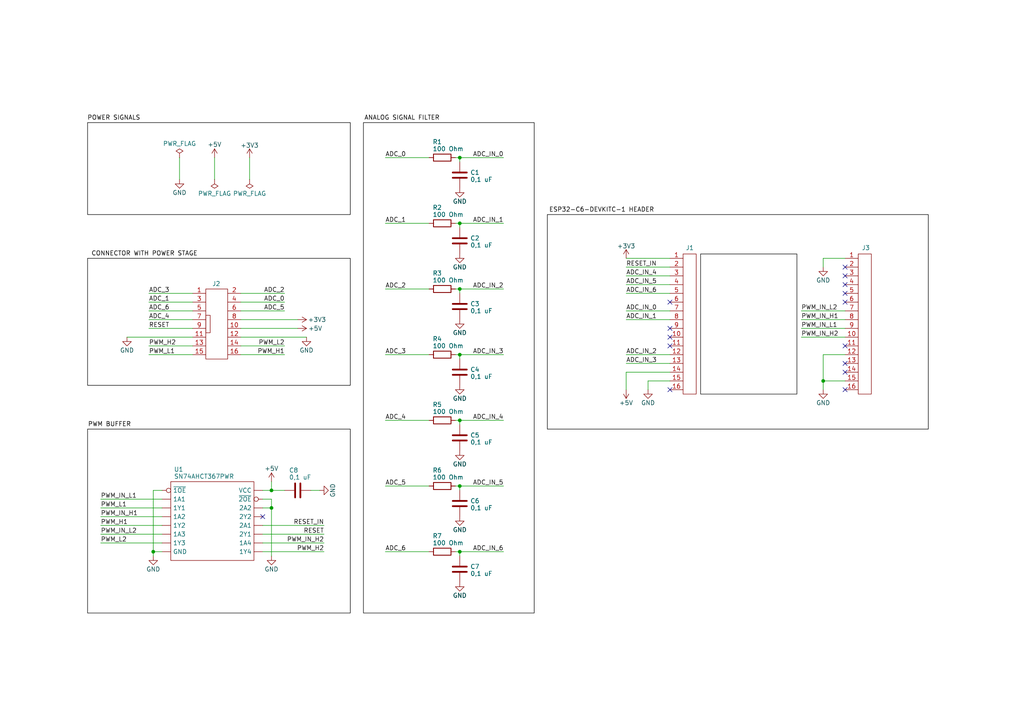
<source format=kicad_sch>
(kicad_sch (version 20231120) (generator "eeschema") (generator_version "8.0")
  (paper "A4")
  (title_block (title "ELE0124CL Control Development Kit") (date "2024-08-03") (rev "1.0") (company "ELE0124CL"))
  (lib_symbols
    (symbol "Device:C" (pin_numbers hide) (pin_names (offset 0.254))
      (property "Reference" "C" (at 0.635 2.54 0))
      (property "Value" "C" (at 0.635 -2.54 0))
      (symbol "C_0_1"
        (polyline (pts (xy -2.032 -0.762) (xy 2.032 -0.762)) (stroke (width 0.508)))
        (polyline (pts (xy -2.032 0.762) (xy 2.032 0.762)) (stroke (width 0.508)))
      )
      (symbol "C_1_1"
        (pin passive line (at 0 3.81 270) (length 2.794) (name "~") (number "1"))
        (pin passive line (at 0 -3.81 90) (length 2.794) (name "~") (number "2"))
      )
    )
    (symbol "Device:R" (pin_numbers hide) (pin_names (offset 0))
      (property "Reference" "R" (at 2.032 0 90))
      (property "Value" "R" (at 0 0 90))
      (symbol "R_0_1"
        (rectangle (start -1.016 -2.54) (end 1.016 2.54) (stroke (width 0.254)))
      )
      (symbol "R_1_1"
        (pin passive line (at 0 3.81 270) (length 1.27) (name "~") (number "1"))
        (pin passive line (at 0 -3.81 90) (length 1.27) (name "~") (number "2"))
      )
    )
    (symbol "ELE0124CL_library:+3V3" (power) (pin_numbers hide) (pin_names (offset 0) hide) (exclude_from_sim yes) (in_bom no)
      (property "Value" "+3V3" (at -2.54 3.81 0))
      (symbol "+3V3_0_1"
        (polyline (pts (xy -0.762 1.27) (xy 0 2.54)))
        (polyline (pts (xy 0 0) (xy 0 2.54)))
        (polyline (pts (xy 0 2.54) (xy 0.762 1.27)))
      )
      (symbol "+3V3_1_1"
        (pin power_in line (at 0 0 90) (length 1.27) hide (name "+3V3") (number "1"))
      )
    )
    (symbol "ELE0124CL_library:+5V" (power) (pin_numbers hide) (pin_names (offset 0) hide) (exclude_from_sim yes) (in_bom no)
      (property "Value" "+5V" (at -1.905 3.81 0))
      (symbol "+5V_0_1"
        (polyline (pts (xy -0.762 1.27) (xy 0 2.54)))
        (polyline (pts (xy 0 0) (xy 0 2.54)))
        (polyline (pts (xy 0 2.54) (xy 0.762 1.27)))
      )
      (symbol "+5V_1_1"
        (pin power_in line (at 0 0 90) (length 1.27) hide (name "+5V") (number "1"))
      )
    )
    (symbol "ELE0124CL_library:BUFFER SN74AHCT367PWR" (pin_numbers hide) (pin_names (offset 0.635))
      (property "Reference" "U" (at 0.508 3.175 0))
      (property "Value" "SN74AHCT367PWR" (at 0.508 1.27 0))
      (symbol "BUFFER SN74AHCT367PWR_0_1"
        (rectangle (start 0 0) (end 24.13 -22.86))
      )
      (symbol "BUFFER SN74AHCT367PWR_1_1"
        (pin passive inverted (at -2.54 -2.54 0) (length 2.54) (name "~{1OE}") (number "1"))
        (pin passive line (at 26.67 -17.78 180) (length 2.54) (name "1A4") (number "10"))
        (pin passive line (at 26.67 -15.24 180) (length 2.54) (name "2Y1") (number "11"))
        (pin passive line (at 26.67 -12.7 180) (length 2.54) (name "2A1") (number "12"))
        (pin passive line (at 26.67 -10.16 180) (length 2.54) (name "2Y2") (number "13"))
        (pin passive line (at 26.67 -7.62 180) (length 2.54) (name "2A2") (number "14"))
        (pin passive inverted (at 26.67 -5.08 180) (length 2.54) (name "~{2OE}") (number "15"))
        (pin passive line (at 26.67 -2.54 180) (length 2.54) (name "VCC") (number "16"))
        (pin passive line (at -2.54 -5.08 0) (length 2.54) (name "1A1") (number "2"))
        (pin passive line (at -2.54 -7.62 0) (length 2.54) (name "1Y1") (number "3"))
        (pin passive line (at -2.54 -10.16 0) (length 2.54) (name "1A2") (number "4"))
        (pin passive line (at -2.54 -12.7 0) (length 2.54) (name "1Y2") (number "5"))
        (pin passive line (at -2.54 -15.24 0) (length 2.54) (name "1A3") (number "6"))
        (pin passive line (at -2.54 -17.78 0) (length 2.54) (name "1Y3") (number "7"))
        (pin passive line (at -2.54 -20.32 0) (length 2.54) (name "GND") (number "8"))
        (pin passive line (at 26.67 -20.32 180) (length 2.54) (name "1Y4") (number "9"))
      )
    )
    (symbol "ELE0124CL_library:CONN_SOCKET_1x16 M20-7821646" (pin_names (offset 0) hide)
      (property "Reference" "J" (at 1.27 1.27 0))
      (symbol "CONN_SOCKET_1x16 M20-7821646_0_1"
        (rectangle (start 0 0) (end 3.81 -40.64))
      )
      (symbol "CONN_SOCKET_1x16 M20-7821646_1_1"
        (pin passive line (at -3.81 -1.27 0) (length 3.81) (name "Pin_1") (number "1"))
        (pin passive line (at -3.81 -24.13 0) (length 3.81) (name "Pin_10") (number "10"))
        (pin passive line (at -3.81 -26.67 0) (length 3.81) (name "Pin_11") (number "11"))
        (pin passive line (at -3.81 -29.21 0) (length 3.81) (name "Pin_12") (number "12"))
        (pin passive line (at -3.81 -31.75 0) (length 3.81) (name "Pin_13") (number "13"))
        (pin passive line (at -3.81 -34.29 0) (length 3.81) (name "Pin_14") (number "14"))
        (pin passive line (at -3.81 -36.83 0) (length 3.81) (name "Pin_15") (number "15"))
        (pin passive line (at -3.81 -39.37 0) (length 3.81) (name "Pin_16") (number "16"))
        (pin passive line (at -3.81 -3.81 0) (length 3.81) (name "Pin_2") (number "2"))
        (pin passive line (at -3.81 -6.35 0) (length 3.81) (name "Pin_3") (number "3"))
        (pin passive line (at -3.81 -8.89 0) (length 3.81) (name "Pin_4") (number "4"))
        (pin passive line (at -3.81 -11.43 0) (length 3.81) (name "Pin_5") (number "5"))
        (pin passive line (at -3.81 -13.97 0) (length 3.81) (name "Pin_6") (number "6"))
        (pin passive line (at -3.81 -16.51 0) (length 3.81) (name "Pin_7") (number "7"))
        (pin passive line (at -3.81 -19.05 0) (length 3.81) (name "Pin_8") (number "8"))
        (pin passive line (at -3.81 -21.59 0) (length 3.81) (name "Pin_9") (number "9"))
      )
    )
    (symbol "ELE0124CL_library:CONN_SOCKET_2x08 878311620" (pin_names (offset 0) hide)
      (property "Reference" "J" (at 1.27 1.27 0))
      (symbol "CONN_SOCKET_2x08 878311620_0_1"
        (rectangle (start 0 -7.62) (end 1.27 -12.7))
        (rectangle (start 0 0) (end 6.35 -20.32))
      )
      (symbol "CONN_SOCKET_2x08 878311620_1_1"
        (pin passive line (at -3.81 -1.27 0) (length 3.81) (name "Pin_1") (number "1"))
        (pin passive line (at 10.16 -11.43 180) (length 3.81) (name "Pin_10") (number "10"))
        (pin passive line (at -3.81 -13.97 0) (length 3.81) (name "Pin_11") (number "11"))
        (pin passive line (at 10.16 -13.97 180) (length 3.81) (name "Pin_12") (number "12"))
        (pin passive line (at -3.81 -16.51 0) (length 3.81) (name "Pin_13") (number "13"))
        (pin passive line (at 10.16 -16.51 180) (length 3.81) (name "Pin_14") (number "14"))
        (pin passive line (at -3.81 -19.05 0) (length 3.81) (name "Pin_15") (number "15"))
        (pin passive line (at 10.16 -19.05 180) (length 3.81) (name "Pin_16") (number "16"))
        (pin passive line (at 10.16 -1.27 180) (length 3.81) (name "Pin_2") (number "2"))
        (pin passive line (at -3.81 -3.81 0) (length 3.81) (name "Pin_3") (number "3"))
        (pin passive line (at 10.16 -3.81 180) (length 3.81) (name "Pin_4") (number "4"))
        (pin passive line (at -3.81 -6.35 0) (length 3.81) (name "Pin_5") (number "5"))
        (pin passive line (at 10.16 -6.35 180) (length 3.81) (name "Pin_6") (number "6"))
        (pin passive line (at -3.81 -8.89 0) (length 3.81) (name "Pin_7") (number "7"))
        (pin passive line (at 10.16 -8.89 180) (length 3.81) (name "Pin_8") (number "8"))
        (pin passive line (at -3.81 -11.43 0) (length 3.81) (name "Pin_9") (number "9"))
      )
    )
    (symbol "ELE0124CL_library:GND" (power) (pin_numbers hide) (pin_names (offset 0) hide) (exclude_from_sim yes) (in_bom no)
      (property "Value" "GND" (at -1.905 -3.81 0))
      (symbol "GND_0_1"
        (polyline (pts (xy 0 0) (xy 0 -1.27) (xy 1.27 -1.27) (xy 0 -2.54) (xy -1.27 -1.27) (xy 0 -1.27)))
      )
      (symbol "GND_1_1"
        (pin power_in line (at 0 0 270) (length 1.27) hide (name "GND") (number "1"))
      )
    )
    (symbol "power:PWR_FLAG" (power) (pin_numbers hide) (pin_names (offset 0) hide)
      (property "Value" "PWR_FLAG" (at 0 3.81 0))
      (symbol "PWR_FLAG_0_0"
        (pin power_out line (at 0 0 90) (length 0) (name "~") (number "1"))
      )
      (symbol "PWR_FLAG_0_1"
        (polyline (pts (xy 0 0) (xy 0 1.27) (xy -1.016 1.905) (xy 0 2.54) (xy 1.016 1.905) (xy 0 1.27)))
      )
    )
  )
  (junction (at 133.35 160.02))
  (junction (at 78.74 142.24))
  (junction (at 133.35 83.82))
  (junction (at 133.35 64.77))
  (junction (at 133.35 102.87))
  (junction (at 133.35 140.97))
  (junction (at 238.76 110.49))
  (junction (at 44.45 160.02))
  (junction (at 78.74 147.32))
  (junction (at 133.35 45.72))
  (junction (at 133.35 121.92))
  (no_connect (at 76.2 149.86))
  (no_connect (at 194.31 97.79))
  (no_connect (at 194.31 100.33))
  (no_connect (at 194.31 95.25))
  (no_connect (at 245.11 87.63))
  (no_connect (at 245.11 107.95))
  (no_connect (at 245.11 100.33))
  (no_connect (at 245.11 85.09))
  (no_connect (at 245.11 113.03))
  (no_connect (at 194.31 113.03))
  (no_connect (at 245.11 82.55))
  (no_connect (at 245.11 80.01))
  (no_connect (at 194.31 87.63))
  (no_connect (at 245.11 105.41))
  (no_connect (at 245.11 77.47))
  (wire (pts (xy 29.21 157.48) (xy 46.99 157.48)))
  (wire (pts (xy 181.61 90.17) (xy 194.31 90.17)))
  (wire (pts (xy 29.21 152.4) (xy 46.99 152.4)))
  (wire (pts (xy 194.31 107.95) (xy 181.61 107.95)))
  (wire (pts (xy 132.08 102.87) (xy 133.35 102.87)))
  (wire (pts (xy 88.9 97.79) (xy 69.85 97.79)))
  (wire (pts (xy 181.61 102.87) (xy 194.31 102.87)))
  (wire (pts (xy 111.76 121.92) (xy 124.46 121.92)))
  (wire (pts (xy 29.21 154.94) (xy 46.99 154.94)))
  (wire (pts (xy 146.05 121.92) (xy 133.35 121.92)))
  (wire (pts (xy 43.18 85.09) (xy 55.88 85.09)))
  (wire (pts (xy 238.76 74.93) (xy 238.76 77.47)))
  (wire (pts (xy 43.18 95.25) (xy 55.88 95.25)))
  (wire (pts (xy 46.99 142.24) (xy 44.45 142.24)))
  (wire (pts (xy 43.18 100.33) (xy 55.88 100.33)))
  (wire (pts (xy 132.08 64.77) (xy 133.35 64.77)))
  (wire (pts (xy 132.08 160.02) (xy 133.35 160.02)))
  (wire (pts (xy 181.61 82.55) (xy 194.31 82.55)))
  (wire (pts (xy 86.36 92.71) (xy 69.85 92.71)))
  (wire (pts (xy 232.41 97.79) (xy 245.11 97.79)))
  (wire (pts (xy 132.08 121.92) (xy 133.35 121.92)))
  (wire (pts (xy 93.98 160.02) (xy 76.2 160.02)))
  (wire (pts (xy 146.05 140.97) (xy 133.35 140.97)))
  (wire (pts (xy 238.76 102.87) (xy 238.76 110.49)))
  (wire (pts (xy 72.39 45.72) (xy 72.39 52.07)))
  (wire (pts (xy 111.76 45.72) (xy 124.46 45.72)))
  (wire (pts (xy 194.31 110.49) (xy 187.96 110.49)))
  (wire (pts (xy 232.41 90.17) (xy 245.11 90.17)))
  (wire (pts (xy 133.35 45.72) (xy 133.35 46.99)))
  (wire (pts (xy 78.74 139.7) (xy 78.74 142.24)))
  (wire (pts (xy 78.74 147.32) (xy 78.74 161.29)))
  (wire (pts (xy 82.55 102.87) (xy 69.85 102.87)))
  (wire (pts (xy 62.23 45.72) (xy 62.23 52.07)))
  (wire (pts (xy 133.35 140.97) (xy 133.35 142.24)))
  (wire (pts (xy 181.61 80.01) (xy 194.31 80.01)))
  (wire (pts (xy 93.98 154.94) (xy 76.2 154.94)))
  (wire (pts (xy 245.11 74.93) (xy 238.76 74.93)))
  (wire (pts (xy 111.76 83.82) (xy 124.46 83.82)))
  (wire (pts (xy 82.55 87.63) (xy 69.85 87.63)))
  (wire (pts (xy 78.74 142.24) (xy 82.55 142.24)))
  (wire (pts (xy 82.55 90.17) (xy 69.85 90.17)))
  (wire (pts (xy 52.07 45.72) (xy 52.07 52.07)))
  (wire (pts (xy 181.61 92.71) (xy 194.31 92.71)))
  (wire (pts (xy 181.61 85.09) (xy 194.31 85.09)))
  (wire (pts (xy 82.55 85.09) (xy 69.85 85.09)))
  (wire (pts (xy 36.83 97.79) (xy 55.88 97.79)))
  (wire (pts (xy 43.18 90.17) (xy 55.88 90.17)))
  (wire (pts (xy 111.76 64.77) (xy 124.46 64.77)))
  (wire (pts (xy 146.05 102.87) (xy 133.35 102.87)))
  (wire (pts (xy 232.41 95.25) (xy 245.11 95.25)))
  (wire (pts (xy 132.08 45.72) (xy 133.35 45.72)))
  (wire (pts (xy 86.36 95.25) (xy 69.85 95.25)))
  (wire (pts (xy 93.98 157.48) (xy 76.2 157.48)))
  (wire (pts (xy 146.05 45.72) (xy 133.35 45.72)))
  (wire (pts (xy 44.45 160.02) (xy 44.45 161.29)))
  (wire (pts (xy 78.74 144.78) (xy 78.74 147.32)))
  (wire (pts (xy 132.08 140.97) (xy 133.35 140.97)))
  (wire (pts (xy 111.76 160.02) (xy 124.46 160.02)))
  (wire (pts (xy 111.76 102.87) (xy 124.46 102.87)))
  (wire (pts (xy 238.76 110.49) (xy 238.76 113.03)))
  (wire (pts (xy 76.2 144.78) (xy 78.74 144.78)))
  (wire (pts (xy 133.35 102.87) (xy 133.35 104.14)))
  (wire (pts (xy 29.21 149.86) (xy 46.99 149.86)))
  (wire (pts (xy 146.05 160.02) (xy 133.35 160.02)))
  (wire (pts (xy 133.35 64.77) (xy 133.35 66.04)))
  (wire (pts (xy 146.05 83.82) (xy 133.35 83.82)))
  (wire (pts (xy 111.76 140.97) (xy 124.46 140.97)))
  (wire (pts (xy 132.08 83.82) (xy 133.35 83.82)))
  (wire (pts (xy 76.2 147.32) (xy 78.74 147.32)))
  (wire (pts (xy 43.18 87.63) (xy 55.88 87.63)))
  (wire (pts (xy 82.55 100.33) (xy 69.85 100.33)))
  (wire (pts (xy 43.18 92.71) (xy 55.88 92.71)))
  (wire (pts (xy 133.35 83.82) (xy 133.35 85.09)))
  (wire (pts (xy 93.98 152.4) (xy 76.2 152.4)))
  (wire (pts (xy 181.61 77.47) (xy 194.31 77.47)))
  (wire (pts (xy 43.18 102.87) (xy 55.88 102.87)))
  (wire (pts (xy 232.41 92.71) (xy 245.11 92.71)))
  (wire (pts (xy 29.21 144.78) (xy 46.99 144.78)))
  (wire (pts (xy 181.61 74.93) (xy 194.31 74.93)))
  (wire (pts (xy 76.2 142.24) (xy 78.74 142.24)))
  (wire (pts (xy 181.61 105.41) (xy 194.31 105.41)))
  (wire (pts (xy 245.11 110.49) (xy 238.76 110.49)))
  (wire (pts (xy 245.11 102.87) (xy 238.76 102.87)))
  (wire (pts (xy 146.05 64.77) (xy 133.35 64.77)))
  (wire (pts (xy 90.17 142.24) (xy 92.71 142.24)))
  (wire (pts (xy 133.35 121.92) (xy 133.35 123.19)))
  (wire (pts (xy 44.45 142.24) (xy 44.45 160.02)))
  (wire (pts (xy 181.61 107.95) (xy 181.61 113.03)))
  (wire (pts (xy 29.21 147.32) (xy 46.99 147.32)))
  (wire (pts (xy 187.96 110.49) (xy 187.96 113.03)))
  (wire (pts (xy 133.35 160.02) (xy 133.35 161.29)))
  (wire (pts (xy 44.45 160.02) (xy 46.99 160.02)))
  (rectangle (start 25.4 74.93) (end 101.6 111.76) (stroke (width 0) (color 0 0 0 1)))
  (rectangle (start 25.4 35.56) (end 101.6 62.23) (stroke (width 0) (color 0 0 0 1)))
  (rectangle (start 105.41 35.56) (end 154.94 177.8) (stroke (width 0) (color 0 0 0 1)))
  (rectangle (start 158.75 62.23) (end 269.24 124.46) (stroke (width 0) (color 0 0 0 1)))
  (rectangle (start 203.2 73.66) (end 231.14 114.3) (stroke (width 0) (color 0 0 0 1)))
  (rectangle (start 25.4 124.46) (end 101.6 177.8) (stroke (width 0) (color 0 0 0 1)))
  (text "CONNECTOR WITH POWER STAGE" (at 41.91 73.66 0) (effects (font (size 1.27 1.27))))
  (text "ESP32-C6-DEVKITC-1 HEADER" (at 174.498 60.96 0) (effects (font (size 1.27 1.27))))
  (text "PWM BUFFER" (at 31.75 123.19 0) (effects (font (size 1.27 1.27))))
  (text "ANALOG SIGNAL FILTER" (at 116.586 34.29 0) (effects (font (size 1.27 1.27))))
  (text "POWER SIGNALS" (at 33.02 34.29 0) (effects (font (size 1.27 1.27))))
  (label "ADC_5" (at 82.55 90.17 180))
  (label "PWM_L2" (at 82.55 100.33 180))
  (label "RESET_IN" (at 93.98 152.4 180))
  (label "PWM_L2" (at 29.21 157.48 0))
  (label "RESET_IN" (at 181.61 77.47 0))
  (label "ADC_IN_2" (at 146.05 83.82 180))
  (label "PWM_IN_L1" (at 29.21 144.78 0))
  (label "PWM_IN_H2" (at 93.98 157.48 180))
  (label "ADC_IN_3" (at 181.61 105.41 0))
  (label "ADC_0" (at 111.76 45.72 0))
  (label "ADC_5" (at 111.76 140.97 0))
  (label "PWM_H1" (at 29.21 152.4 0))
  (label "ADC_1" (at 111.76 64.77 0))
  (label "PWM_IN_H2" (at 232.41 97.79 0))
  (label "ADC_IN_6" (at 181.61 85.09 0))
  (label "ADC_0" (at 82.55 87.63 180))
  (label "ADC_IN_2" (at 181.61 102.87 0))
  (label "ADC_4" (at 43.18 92.71 0))
  (label "ADC_2" (at 82.55 85.09 180))
  (label "ADC_IN_0" (at 146.05 45.72 180))
  (label "PWM_H2" (at 43.18 100.33 0))
  (label "PWM_H2" (at 93.98 160.02 180))
  (label "ADC_2" (at 111.76 83.82 0))
  (label "PWM_IN_L2" (at 29.21 154.94 0))
  (label "ADC_IN_5" (at 181.61 82.55 0))
  (label "PWM_H1" (at 82.55 102.87 180))
  (label "RESET" (at 93.98 154.94 180))
  (label "ADC_4" (at 111.76 121.92 0))
  (label "ADC_3" (at 111.76 102.87 0))
  (label "PWM_IN_L2" (at 232.41 90.17 0))
  (label "ADC_3" (at 43.18 85.09 0))
  (label "PWM_IN_H1" (at 232.41 92.71 0))
  (label "ADC_6" (at 111.76 160.02 0))
  (label "PWM_L1" (at 43.18 102.87 0))
  (label "ADC_IN_5" (at 146.05 140.97 180))
  (label "ADC_IN_0" (at 181.61 90.17 0))
  (label "PWM_IN_L1" (at 232.41 95.25 0))
  (label "PWM_IN_H1" (at 29.21 149.86 0))
  (label "ADC_IN_6" (at 146.05 160.02 180))
  (label "ADC_1" (at 43.18 87.63 0))
  (label "ADC_IN_1" (at 146.05 64.77 180))
  (label "ADC_6" (at 43.18 90.17 0))
  (label "ADC_IN_1" (at 181.61 92.71 0))
  (label "ADC_IN_3" (at 146.05 102.87 180))
  (label "PWM_L1" (at 29.21 147.32 0))
  (label "RESET" (at 43.18 95.25 0))
  (label "ADC_IN_4" (at 181.61 80.01 0))
  (label "ADC_IN_4" (at 146.05 121.92 180))
  (symbol (lib_id "Device:C") (at 133.35 107.95 0) (unit 1)
    (property "Reference" "C4" (at 136.398 107.188 0) (effects (justify left)))
    (property "Value" "0,1 uF" (at 136.398 109.22 0) (effects (justify left)))
    (property "Footprint" "ELE0124CL_library:C_0603_1608Metric" (effects (hide yes)))
    (property "Description" "Capacitor Ceramic 0.1 uF 0603" (effects (hide yes)))
  )
  (symbol (lib_id "ELE0124CL_library:GND") (at 78.74 161.29 0) (unit 1) (exclude_from_sim yes) (in_bom no)
    (property "Reference" "#PWR021" (effects (hide yes)))
    (property "Value" "GND" (at 78.74 165.1 0))
    (property "Description" "Global label with name \"GND\"" (effects (hide yes)))
  )
  (symbol (lib_id "ELE0124CL_library:+3V3") (at 72.39 45.72 0) (unit 1) (exclude_from_sim yes) (in_bom no)
    (property "Reference" "#PWR024" (effects (hide yes)))
    (property "Value" "+3V3" (at 72.39 42.164 0))
    (property "Description" "Global label with name \"+3V3\"" (effects (hide yes)))
  )
  (symbol (lib_id "ELE0124CL_library:GND") (at 187.96 113.03 0) (unit 1) (exclude_from_sim yes) (in_bom no)
    (property "Reference" "#PWR02" (effects (hide yes)))
    (property "Value" "GND" (at 187.96 116.84 0))
    (property "Description" "Global label with name \"GND\"" (effects (hide yes)))
  )
  (symbol (lib_id "Device:R") (at 128.27 121.92 90) (unit 1)
    (property "Reference" "R5" (at 125.476 117.348 90) (effects (justify right)))
    (property "Value" "100 Ohm" (at 125.476 119.38 90) (effects (justify right)))
    (property "Footprint" "ELE0124CL_library:R_0603_1608Metric" (effects (hide yes)))
    (property "Description" "Resistor 100 Ohm 0603" (effects (hide yes)))
  )
  (symbol (lib_id "Device:C") (at 133.35 88.9 0) (unit 1)
    (property "Reference" "C3" (at 136.398 88.138 0) (effects (justify left)))
    (property "Value" "0,1 uF" (at 136.398 90.17 0) (effects (justify left)))
    (property "Footprint" "ELE0124CL_library:C_0603_1608Metric" (effects (hide yes)))
    (property "Description" "Capacitor Ceramic 0.1 uF 0603" (effects (hide yes)))
  )
  (symbol (lib_id "power:PWR_FLAG") (at 62.23 52.07 180) (unit 1)
    (property "Reference" "#FLG02" (effects (hide yes)))
    (property "Value" "PWR_FLAG" (at 62.23 56.134 0))
    (property "Description" "Special symbol for telling ERC where power comes from" (effects (hide yes)))
  )
  (symbol (lib_id "ELE0124CL_library:GND") (at 133.35 92.71 0) (unit 1) (exclude_from_sim yes) (in_bom no)
    (property "Reference" "#PWR015" (effects (hide yes)))
    (property "Value" "GND" (at 133.35 96.52 0))
    (property "Description" "Global label with name \"GND\"" (effects (hide yes)))
  )
  (symbol (lib_id "ELE0124CL_library:GND") (at 238.76 77.47 0) (unit 1) (exclude_from_sim yes) (in_bom no)
    (property "Reference" "#PWR05" (effects (hide yes)))
    (property "Value" "GND" (at 238.76 81.28 0))
    (property "Description" "Global label with name \"GND\"" (effects (hide yes)))
  )
  (symbol (lib_id "ELE0124CL_library:GND") (at 133.35 149.86 0) (unit 1) (exclude_from_sim yes) (in_bom no)
    (property "Reference" "#PWR018" (effects (hide yes)))
    (property "Value" "GND" (at 133.35 153.67 0))
    (property "Description" "Global label with name \"GND\"" (effects (hide yes)))
  )
  (symbol (lib_id "Device:C") (at 133.35 50.8 0) (unit 1)
    (property "Reference" "C1" (at 136.398 50.038 0) (effects (justify left)))
    (property "Value" "0,1 uF" (at 136.398 52.07 0) (effects (justify left)))
    (property "Footprint" "ELE0124CL_library:C_0603_1608Metric" (effects (hide yes)))
    (property "Description" "Capacitor Ceramic 0.1 uF 0603" (effects (hide yes)))
  )
  (symbol (lib_id "ELE0124CL_library:GND") (at 133.35 73.66 0) (unit 1) (exclude_from_sim yes) (in_bom no)
    (property "Reference" "#PWR014" (effects (hide yes)))
    (property "Value" "GND" (at 133.35 77.47 0))
    (property "Description" "Global label with name \"GND\"" (effects (hide yes)))
  )
  (symbol (lib_id "ELE0124CL_library:CONN_SOCKET_2x08 878311620") (at 59.69 83.82 0) (unit 1)
    (property "Reference" "J2" (at 62.738 82.296 0))
    (property "Value" "878311620" (effects (hide yes)))
    (property "Footprint" "ELE0124CL_library:CONN_SOCKET_2x08_P2.00mm_Vertical" (effects (hide yes)))
    (property "Datasheet" "https://www.molex.com/en-us/products/part-detail/878311619?display=pdf" (effects (hide yes)))
    (property "Description" "Molex Connector Socket 2x08 Vertical" (effects (hide yes)))
  )
  (symbol (lib_id "ELE0124CL_library:GND") (at 44.45 161.29 0) (unit 1) (exclude_from_sim yes) (in_bom no)
    (property "Reference" "#PWR020" (effects (hide yes)))
    (property "Value" "GND" (at 44.45 165.1 0))
    (property "Description" "Global label with name \"GND\"" (effects (hide yes)))
  )
  (symbol (lib_id "ELE0124CL_library:+5V") (at 62.23 45.72 0) (unit 1) (exclude_from_sim yes) (in_bom no)
    (property "Reference" "#PWR012" (effects (hide yes)))
    (property "Value" "+5V" (at 62.23 41.91 0))
    (property "Description" "Global label with name \"+5V\"" (effects (hide yes)))
  )
  (symbol (lib_id "power:PWR_FLAG") (at 72.39 52.07 180) (unit 1)
    (property "Reference" "#FLG03" (effects (hide yes)))
    (property "Value" "PWR_FLAG" (at 72.39 56.134 0))
    (property "Description" "Special symbol for telling ERC where power comes from" (effects (hide yes)))
  )
  (symbol (lib_id "Device:C") (at 133.35 146.05 0) (unit 1)
    (property "Reference" "C6" (at 136.398 145.288 0) (effects (justify left)))
    (property "Value" "0,1 uF" (at 136.398 147.32 0) (effects (justify left)))
    (property "Footprint" "ELE0124CL_library:C_0603_1608Metric" (effects (hide yes)))
    (property "Description" "Capacitor Ceramic 0.1 uF 0603" (effects (hide yes)))
  )
  (symbol (lib_id "Device:R") (at 128.27 160.02 90) (unit 1)
    (property "Reference" "R7" (at 125.476 155.448 90) (effects (justify right)))
    (property "Value" "100 Ohm" (at 125.476 157.48 90) (effects (justify right)))
    (property "Footprint" "ELE0124CL_library:R_0603_1608Metric" (effects (hide yes)))
    (property "Description" "Resistor 100 Ohm 0603" (effects (hide yes)))
  )
  (symbol (lib_id "Device:R") (at 128.27 83.82 90) (unit 1)
    (property "Reference" "R3" (at 125.476 79.248 90) (effects (justify right)))
    (property "Value" "100 Ohm" (at 125.476 81.28 90) (effects (justify right)))
    (property "Footprint" "ELE0124CL_library:R_0603_1608Metric" (effects (hide yes)))
    (property "Description" "Resistor 100 Ohm 0603" (effects (hide yes)))
  )
  (symbol (lib_id "Device:C") (at 133.35 69.85 0) (unit 1)
    (property "Reference" "C2" (at 136.398 69.088 0) (effects (justify left)))
    (property "Value" "0,1 uF" (at 136.398 71.12 0) (effects (justify left)))
    (property "Footprint" "ELE0124CL_library:C_0603_1608Metric" (effects (hide yes)))
    (property "Description" "Capacitor Ceramic 0.1 uF 0603" (effects (hide yes)))
  )
  (symbol (lib_id "ELE0124CL_library:+5V") (at 86.36 95.25 270) (unit 1) (exclude_from_sim yes) (in_bom no)
    (property "Reference" "#PWR08" (effects (hide yes)))
    (property "Value" "+5V" (at 91.44 95.25 90))
    (property "Description" "Global label with name \"+5V\"" (effects (hide yes)))
  )
  (symbol (lib_id "Device:R") (at 128.27 140.97 90) (unit 1)
    (property "Reference" "R6" (at 125.476 136.398 90) (effects (justify right)))
    (property "Value" "100 Ohm" (at 125.476 138.43 90) (effects (justify right)))
    (property "Footprint" "ELE0124CL_library:R_0603_1608Metric" (effects (hide yes)))
    (property "Description" "Resistor 100 Ohm 0603" (effects (hide yes)))
  )
  (symbol (lib_id "Device:R") (at 128.27 45.72 90) (unit 1)
    (property "Reference" "R1" (at 125.476 41.148 90) (effects (justify right)))
    (property "Value" "100 Ohm" (at 125.476 43.18 90) (effects (justify right)))
    (property "Footprint" "ELE0124CL_library:R_0603_1608Metric" (effects (hide yes)))
    (property "Description" "Resistor 100 Ohm 0603" (effects (hide yes)))
  )
  (symbol (lib_id "Device:C") (at 86.36 142.24 90) (unit 1)
    (property "Reference" "C8" (at 83.82 136.398 90) (effects (justify right)))
    (property "Value" "0,1 uF" (at 83.82 138.43 90) (effects (justify right)))
    (property "Footprint" "ELE0124CL_library:C_0603_1608Metric" (effects (hide yes)))
    (property "Description" "Capacitor Ceramic 0.1 uF 0603" (effects (hide yes)))
  )
  (symbol (lib_id "ELE0124CL_library:+3V3") (at 181.61 74.93 0) (unit 1) (exclude_from_sim yes) (in_bom no)
    (property "Reference" "#PWR01" (effects (hide yes)))
    (property "Value" "+3V3" (at 181.61 71.374 0))
    (property "Description" "Global label with name \"+3V3\"" (effects (hide yes)))
  )
  (symbol (lib_id "ELE0124CL_library:GND") (at 133.35 111.76 0) (unit 1) (exclude_from_sim yes) (in_bom no)
    (property "Reference" "#PWR016" (effects (hide yes)))
    (property "Value" "GND" (at 133.35 115.57 0))
    (property "Description" "Global label with name \"GND\"" (effects (hide yes)))
  )
  (symbol (lib_id "ELE0124CL_library:CONN_SOCKET_1x16 M20-7821646") (at 198.12 73.66 0) (unit 1)
    (property "Reference" "J1" (at 198.882 71.882 0) (effects (justify left)))
    (property "Value" "M20-7821646" (effects (hide yes)))
    (property "Footprint" "ELE0124CL_library:CONN_SOCKET_1x16_P2.54mm_Vertical" (effects (hide yes)))
    (property "Datasheet" "https://cdn.harwin.com/pdfs/M20-782.pdf" (effects (hide yes)))
    (property "Description" "Hardwin Connector Socket 1x16 Vertical" (effects (hide yes)))
  )
  (symbol (lib_id "ELE0124CL_library:BUFFER SN74AHCT367PWR") (at 49.53 139.7 0) (unit 1)
    (property "Reference" "U1" (at 51.816 136.144 0))
    (property "Value" "SN74AHCT367PWR" (at 59.182 138.176 0))
    (property "Footprint" "ELE0124CL_library:TSSOP-16_5.80mm_P0.65mm" (effects (hide yes)))
    (property "Datasheet" "https://www.ti.com/lit/ds/symlink/sn74ahct367.pdf" (effects (hide yes)))
    (property "Description" "Texas Instrument Hex Buffer and Line Driver with 3-State Output" (effects (hide yes)))
  )
  (symbol (lib_id "ELE0124CL_library:CONN_SOCKET_1x16 M20-7821646") (at 248.92 73.66 0) (unit 1)
    (property "Reference" "J3" (at 249.936 71.882 0) (effects (justify left)))
    (property "Value" "M20-7821646" (effects (hide yes)))
    (property "Footprint" "ELE0124CL_library:CONN_SOCKET_1x16_P2.54mm_Vertical" (effects (hide yes)))
    (property "Datasheet" "https://cdn.harwin.com/pdfs/M20-782.pdf" (effects (hide yes)))
    (property "Description" "Hardwin Connector Socket 1x16 Vertical" (effects (hide yes)))
  )
  (symbol (lib_id "ELE0124CL_library:+5V") (at 78.74 139.7 0) (unit 1) (exclude_from_sim yes) (in_bom no)
    (property "Reference" "#PWR022" (effects (hide yes)))
    (property "Value" "+5V" (at 78.74 135.89 0))
    (property "Description" "Global label with name \"+5V\"" (effects (hide yes)))
  )
  (symbol (lib_id "ELE0124CL_library:GND") (at 52.07 52.07 0) (mirror y) (unit 1) (exclude_from_sim yes) (in_bom no)
    (property "Reference" "#PWR011" (effects (hide yes)))
    (property "Value" "GND" (at 52.07 55.88 0))
    (property "Description" "Global label with name \"GND\"" (effects (hide yes)))
  )
  (symbol (lib_id "ELE0124CL_library:GND") (at 88.9 97.79 0) (mirror y) (unit 1) (exclude_from_sim yes) (in_bom no)
    (property "Reference" "#PWR09" (effects (hide yes)))
    (property "Value" "GND" (at 88.9 101.6 0))
    (property "Description" "Global label with name \"GND\"" (effects (hide yes)))
  )
  (symbol (lib_id "ELE0124CL_library:GND") (at 92.71 142.24 90) (unit 1) (exclude_from_sim yes) (in_bom no)
    (property "Reference" "#PWR023" (effects (hide yes)))
    (property "Value" "GND" (at 96.52 142.24 0))
    (property "Description" "Global label with name \"GND\"" (effects (hide yes)))
  )
  (symbol (lib_id "ELE0124CL_library:GND") (at 238.76 113.03 0) (unit 1) (exclude_from_sim yes) (in_bom no)
    (property "Reference" "#PWR04" (effects (hide yes)))
    (property "Value" "GND" (at 238.76 116.84 0))
    (property "Description" "Global label with name \"GND\"" (effects (hide yes)))
  )
  (symbol (lib_id "ELE0124CL_library:+5V") (at 181.61 113.03 180) (unit 1) (exclude_from_sim yes) (in_bom no)
    (property "Reference" "#PWR03" (effects (hide yes)))
    (property "Value" "+5V" (at 181.61 116.84 0))
    (property "Description" "Global label with name \"+5V\"" (effects (hide yes)))
  )
  (symbol (lib_id "Device:R") (at 128.27 102.87 90) (unit 1)
    (property "Reference" "R4" (at 125.476 98.298 90) (effects (justify right)))
    (property "Value" "100 Ohm" (at 125.476 100.33 90) (effects (justify right)))
    (property "Footprint" "ELE0124CL_library:R_0603_1608Metric" (effects (hide yes)))
    (property "Description" "Resistor 100 Ohm 0603" (effects (hide yes)))
  )
  (symbol (lib_id "power:PWR_FLAG") (at 52.07 45.72 0) (unit 1)
    (property "Reference" "#FLG01" (effects (hide yes)))
    (property "Value" "PWR_FLAG" (at 52.07 41.656 0))
    (property "Description" "Special symbol for telling ERC where power comes from" (effects (hide yes)))
  )
  (symbol (lib_id "Device:R") (at 128.27 64.77 90) (unit 1)
    (property "Reference" "R2" (at 125.476 60.198 90) (effects (justify right)))
    (property "Value" "100 Ohm" (at 125.476 62.23 90) (effects (justify right)))
    (property "Footprint" "ELE0124CL_library:R_0603_1608Metric" (effects (hide yes)))
    (property "Description" "Resistor 100 Ohm 0603" (effects (hide yes)))
  )
  (symbol (lib_id "Device:C") (at 133.35 165.1 0) (unit 1)
    (property "Reference" "C7" (at 136.398 164.338 0) (effects (justify left)))
    (property "Value" "0,1 uF" (at 136.398 166.37 0) (effects (justify left)))
    (property "Footprint" "ELE0124CL_library:C_0603_1608Metric" (effects (hide yes)))
    (property "Description" "Capacitor Ceramic 0.1 uF 0603" (effects (hide yes)))
  )
  (symbol (lib_id "ELE0124CL_library:GND") (at 36.83 97.79 0) (unit 1) (exclude_from_sim yes) (in_bom no)
    (property "Reference" "#PWR07" (effects (hide yes)))
    (property "Value" "GND" (at 36.83 101.6 0))
    (property "Description" "Global label with name \"GND\"" (effects (hide yes)))
  )
  (symbol (lib_id "ELE0124CL_library:+3V3") (at 86.36 92.71 270) (unit 1) (exclude_from_sim yes) (in_bom no)
    (property "Reference" "#PWR010" (effects (hide yes)))
    (property "Value" "+3V3" (at 91.948 92.71 90))
    (property "Description" "Global label with name \"+3V3\"" (effects (hide yes)))
  )
  (symbol (lib_id "ELE0124CL_library:GND") (at 133.35 130.81 0) (unit 1) (exclude_from_sim yes) (in_bom no)
    (property "Reference" "#PWR017" (effects (hide yes)))
    (property "Value" "GND" (at 133.35 134.62 0))
    (property "Description" "Global label with name \"GND\"" (effects (hide yes)))
  )
  (symbol (lib_id "ELE0124CL_library:GND") (at 133.35 168.91 0) (unit 1) (exclude_from_sim yes) (in_bom no)
    (property "Reference" "#PWR019" (effects (hide yes)))
    (property "Value" "GND" (at 133.35 172.72 0))
    (property "Description" "Global label with name \"GND\"" (effects (hide yes)))
  )
  (symbol (lib_id "Device:C") (at 133.35 127 0) (unit 1)
    (property "Reference" "C5" (at 136.398 126.238 0) (effects (justify left)))
    (property "Value" "0,1 uF" (at 136.398 128.27 0) (effects (justify left)))
    (property "Footprint" "ELE0124CL_library:C_0603_1608Metric" (effects (hide yes)))
    (property "Description" "Capacitor Ceramic 0.1 uF 0603" (effects (hide yes)))
  )
  (symbol (lib_id "ELE0124CL_library:GND") (at 133.35 54.61 0) (unit 1) (exclude_from_sim yes) (in_bom no)
    (property "Reference" "#PWR013" (effects (hide yes)))
    (property "Value" "GND" (at 133.35 58.42 0))
    (property "Description" "Global label with name \"GND\"" (effects (hide yes)))
  )
)
</source>
